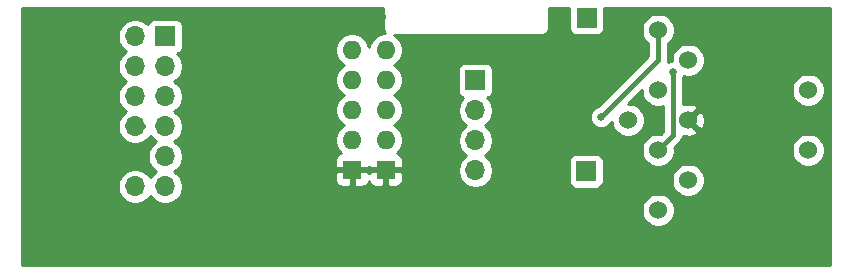
<source format=gbl>
G04 #@! TF.GenerationSoftware,KiCad,Pcbnew,(5.1.12)-1*
G04 #@! TF.CreationDate,2021-11-21T19:42:23+01:00*
G04 #@! TF.ProjectId,buffer,62756666-6572-42e6-9b69-6361645f7063,rev?*
G04 #@! TF.SameCoordinates,Original*
G04 #@! TF.FileFunction,Copper,L2,Bot*
G04 #@! TF.FilePolarity,Positive*
%FSLAX46Y46*%
G04 Gerber Fmt 4.6, Leading zero omitted, Abs format (unit mm)*
G04 Created by KiCad (PCBNEW (5.1.12)-1) date 2021-11-21 19:42:23*
%MOMM*%
%LPD*%
G01*
G04 APERTURE LIST*
G04 #@! TA.AperFunction,ComponentPad*
%ADD10O,1.700000X1.700000*%
G04 #@! TD*
G04 #@! TA.AperFunction,ComponentPad*
%ADD11R,1.700000X1.700000*%
G04 #@! TD*
G04 #@! TA.AperFunction,ComponentPad*
%ADD12R,1.600000X1.600000*%
G04 #@! TD*
G04 #@! TA.AperFunction,ComponentPad*
%ADD13O,1.600000X1.600000*%
G04 #@! TD*
G04 #@! TA.AperFunction,ComponentPad*
%ADD14C,1.524000*%
G04 #@! TD*
G04 #@! TA.AperFunction,ViaPad*
%ADD15C,0.762000*%
G04 #@! TD*
G04 #@! TA.AperFunction,ViaPad*
%ADD16C,0.660400*%
G04 #@! TD*
G04 #@! TA.AperFunction,Conductor*
%ADD17C,0.381000*%
G04 #@! TD*
G04 #@! TA.AperFunction,Conductor*
%ADD18C,0.254000*%
G04 #@! TD*
G04 #@! TA.AperFunction,Conductor*
%ADD19C,0.100000*%
G04 #@! TD*
G04 APERTURE END LIST*
D10*
X66617400Y-45730160D03*
X66617400Y-43190160D03*
X66617400Y-40650160D03*
D11*
X66617400Y-38110160D03*
D12*
X56178000Y-45679360D03*
D13*
X56178000Y-43139360D03*
X56178000Y-40599360D03*
X56178000Y-38059360D03*
X56178000Y-35519360D03*
D11*
X40353800Y-34376360D03*
D10*
X37813800Y-34376360D03*
X40353800Y-36916360D03*
X37813800Y-36916360D03*
X40353800Y-39456360D03*
X37813800Y-39456360D03*
X40353800Y-41996360D03*
X37813800Y-41996360D03*
X40353800Y-44536360D03*
X37813800Y-44536360D03*
X40353800Y-47076360D03*
X37813800Y-47076360D03*
D11*
X76040800Y-32801560D03*
D13*
X59022800Y-35519360D03*
X59022800Y-38059360D03*
X59022800Y-40599360D03*
X59022800Y-43139360D03*
D12*
X59022800Y-45679360D03*
D14*
X82086000Y-33842960D03*
X84626000Y-36382960D03*
X82086000Y-38922960D03*
X84626000Y-41462960D03*
X82086000Y-44002960D03*
X84626000Y-46542960D03*
X82086000Y-49082960D03*
X94786000Y-38922960D03*
X94786000Y-44002960D03*
X79546000Y-41462960D03*
D11*
X75990000Y-45780960D03*
D15*
X46507000Y-34395960D03*
X58712000Y-32700960D03*
D16*
X83356000Y-37398960D03*
X77260000Y-41208960D03*
X79546000Y-41462960D03*
D17*
X48202000Y-32700960D02*
X58712000Y-32700960D01*
X46507000Y-34395960D02*
X48202000Y-32700960D01*
X56178000Y-45679360D02*
X59022800Y-45679360D01*
X83369275Y-42719685D02*
X82086000Y-44002960D01*
X83356000Y-42706410D02*
X83369275Y-42719685D01*
X83356000Y-37398960D02*
X83356000Y-42706410D01*
X37813800Y-41996360D02*
X38513122Y-41996360D01*
X82086000Y-36382960D02*
X82086000Y-33842960D01*
X77260000Y-41208960D02*
X82086000Y-36382960D01*
D18*
X58795001Y-32793303D02*
X58795000Y-32793313D01*
X58795000Y-33555313D01*
X58791686Y-33588960D01*
X58804912Y-33723243D01*
X58844081Y-33852366D01*
X58907688Y-33971367D01*
X58993289Y-34075671D01*
X59003876Y-34084360D01*
X58881465Y-34084360D01*
X58604226Y-34139507D01*
X58343073Y-34247680D01*
X58108041Y-34404723D01*
X57908163Y-34604601D01*
X57751120Y-34839633D01*
X57642947Y-35100786D01*
X57600400Y-35314681D01*
X57557853Y-35100786D01*
X57449680Y-34839633D01*
X57292637Y-34604601D01*
X57092759Y-34404723D01*
X56857727Y-34247680D01*
X56596574Y-34139507D01*
X56319335Y-34084360D01*
X56036665Y-34084360D01*
X55759426Y-34139507D01*
X55498273Y-34247680D01*
X55263241Y-34404723D01*
X55063363Y-34604601D01*
X54906320Y-34839633D01*
X54798147Y-35100786D01*
X54743000Y-35378025D01*
X54743000Y-35660695D01*
X54798147Y-35937934D01*
X54906320Y-36199087D01*
X55063363Y-36434119D01*
X55263241Y-36633997D01*
X55495759Y-36789360D01*
X55263241Y-36944723D01*
X55063363Y-37144601D01*
X54906320Y-37379633D01*
X54798147Y-37640786D01*
X54743000Y-37918025D01*
X54743000Y-38200695D01*
X54798147Y-38477934D01*
X54906320Y-38739087D01*
X55063363Y-38974119D01*
X55263241Y-39173997D01*
X55495759Y-39329360D01*
X55263241Y-39484723D01*
X55063363Y-39684601D01*
X54906320Y-39919633D01*
X54798147Y-40180786D01*
X54743000Y-40458025D01*
X54743000Y-40740695D01*
X54798147Y-41017934D01*
X54906320Y-41279087D01*
X55063363Y-41514119D01*
X55263241Y-41713997D01*
X55495759Y-41869360D01*
X55263241Y-42024723D01*
X55063363Y-42224601D01*
X54906320Y-42459633D01*
X54798147Y-42720786D01*
X54743000Y-42998025D01*
X54743000Y-43280695D01*
X54798147Y-43557934D01*
X54906320Y-43819087D01*
X55063363Y-44054119D01*
X55261961Y-44252717D01*
X55253518Y-44253548D01*
X55133820Y-44289858D01*
X55023506Y-44348823D01*
X54926815Y-44428175D01*
X54847463Y-44524866D01*
X54788498Y-44635180D01*
X54752188Y-44754878D01*
X54739928Y-44879360D01*
X54743000Y-45393610D01*
X54901750Y-45552360D01*
X56051000Y-45552360D01*
X56051000Y-45532360D01*
X56305000Y-45532360D01*
X56305000Y-45552360D01*
X57454250Y-45552360D01*
X57600400Y-45406210D01*
X57746550Y-45552360D01*
X58895800Y-45552360D01*
X58895800Y-45532360D01*
X59149800Y-45532360D01*
X59149800Y-45552360D01*
X60299050Y-45552360D01*
X60457800Y-45393610D01*
X60460872Y-44879360D01*
X60448612Y-44754878D01*
X60412302Y-44635180D01*
X60353337Y-44524866D01*
X60273985Y-44428175D01*
X60177294Y-44348823D01*
X60066980Y-44289858D01*
X59947282Y-44253548D01*
X59938839Y-44252717D01*
X60137437Y-44054119D01*
X60294480Y-43819087D01*
X60402653Y-43557934D01*
X60457800Y-43280695D01*
X60457800Y-42998025D01*
X60402653Y-42720786D01*
X60294480Y-42459633D01*
X60137437Y-42224601D01*
X59937559Y-42024723D01*
X59705041Y-41869360D01*
X59937559Y-41713997D01*
X60137437Y-41514119D01*
X60294480Y-41279087D01*
X60402653Y-41017934D01*
X60457800Y-40740695D01*
X60457800Y-40458025D01*
X60402653Y-40180786D01*
X60294480Y-39919633D01*
X60137437Y-39684601D01*
X59937559Y-39484723D01*
X59705041Y-39329360D01*
X59937559Y-39173997D01*
X60137437Y-38974119D01*
X60294480Y-38739087D01*
X60402653Y-38477934D01*
X60457800Y-38200695D01*
X60457800Y-37918025D01*
X60402653Y-37640786D01*
X60294480Y-37379633D01*
X60214651Y-37260160D01*
X65129328Y-37260160D01*
X65129328Y-38960160D01*
X65141588Y-39084642D01*
X65177898Y-39204340D01*
X65236863Y-39314654D01*
X65316215Y-39411345D01*
X65412906Y-39490697D01*
X65523220Y-39549662D01*
X65595780Y-39571673D01*
X65463925Y-39703528D01*
X65301410Y-39946749D01*
X65189468Y-40217002D01*
X65132400Y-40503900D01*
X65132400Y-40796420D01*
X65189468Y-41083318D01*
X65301410Y-41353571D01*
X65463925Y-41596792D01*
X65670768Y-41803635D01*
X65845160Y-41920160D01*
X65670768Y-42036685D01*
X65463925Y-42243528D01*
X65301410Y-42486749D01*
X65189468Y-42757002D01*
X65132400Y-43043900D01*
X65132400Y-43336420D01*
X65189468Y-43623318D01*
X65301410Y-43893571D01*
X65463925Y-44136792D01*
X65670768Y-44343635D01*
X65845160Y-44460160D01*
X65670768Y-44576685D01*
X65463925Y-44783528D01*
X65301410Y-45026749D01*
X65189468Y-45297002D01*
X65132400Y-45583900D01*
X65132400Y-45876420D01*
X65189468Y-46163318D01*
X65301410Y-46433571D01*
X65463925Y-46676792D01*
X65670768Y-46883635D01*
X65913989Y-47046150D01*
X66184242Y-47158092D01*
X66471140Y-47215160D01*
X66763660Y-47215160D01*
X67050558Y-47158092D01*
X67320811Y-47046150D01*
X67564032Y-46883635D01*
X67770875Y-46676792D01*
X67933390Y-46433571D01*
X68045332Y-46163318D01*
X68102400Y-45876420D01*
X68102400Y-45583900D01*
X68045332Y-45297002D01*
X67933390Y-45026749D01*
X67869386Y-44930960D01*
X74501928Y-44930960D01*
X74501928Y-46630960D01*
X74514188Y-46755442D01*
X74550498Y-46875140D01*
X74609463Y-46985454D01*
X74688815Y-47082145D01*
X74785506Y-47161497D01*
X74895820Y-47220462D01*
X75015518Y-47256772D01*
X75140000Y-47269032D01*
X76840000Y-47269032D01*
X76964482Y-47256772D01*
X77084180Y-47220462D01*
X77194494Y-47161497D01*
X77291185Y-47082145D01*
X77370537Y-46985454D01*
X77429502Y-46875140D01*
X77465812Y-46755442D01*
X77478072Y-46630960D01*
X77478072Y-46405368D01*
X83229000Y-46405368D01*
X83229000Y-46680552D01*
X83282686Y-46950450D01*
X83387995Y-47204687D01*
X83540880Y-47433495D01*
X83735465Y-47628080D01*
X83964273Y-47780965D01*
X84218510Y-47886274D01*
X84488408Y-47939960D01*
X84763592Y-47939960D01*
X85033490Y-47886274D01*
X85287727Y-47780965D01*
X85516535Y-47628080D01*
X85711120Y-47433495D01*
X85864005Y-47204687D01*
X85969314Y-46950450D01*
X86023000Y-46680552D01*
X86023000Y-46405368D01*
X85969314Y-46135470D01*
X85864005Y-45881233D01*
X85711120Y-45652425D01*
X85516535Y-45457840D01*
X85287727Y-45304955D01*
X85033490Y-45199646D01*
X84763592Y-45145960D01*
X84488408Y-45145960D01*
X84218510Y-45199646D01*
X83964273Y-45304955D01*
X83735465Y-45457840D01*
X83540880Y-45652425D01*
X83387995Y-45881233D01*
X83282686Y-46135470D01*
X83229000Y-46405368D01*
X77478072Y-46405368D01*
X77478072Y-44930960D01*
X77465812Y-44806478D01*
X77429502Y-44686780D01*
X77370537Y-44576466D01*
X77291185Y-44479775D01*
X77194494Y-44400423D01*
X77084180Y-44341458D01*
X76964482Y-44305148D01*
X76840000Y-44292888D01*
X75140000Y-44292888D01*
X75015518Y-44305148D01*
X74895820Y-44341458D01*
X74785506Y-44400423D01*
X74688815Y-44479775D01*
X74609463Y-44576466D01*
X74550498Y-44686780D01*
X74514188Y-44806478D01*
X74501928Y-44930960D01*
X67869386Y-44930960D01*
X67770875Y-44783528D01*
X67564032Y-44576685D01*
X67389640Y-44460160D01*
X67564032Y-44343635D01*
X67770875Y-44136792D01*
X67933390Y-43893571D01*
X68045332Y-43623318D01*
X68102400Y-43336420D01*
X68102400Y-43043900D01*
X68045332Y-42757002D01*
X67933390Y-42486749D01*
X67770875Y-42243528D01*
X67564032Y-42036685D01*
X67389640Y-41920160D01*
X67564032Y-41803635D01*
X67770875Y-41596792D01*
X67933390Y-41353571D01*
X68032666Y-41113896D01*
X76294800Y-41113896D01*
X76294800Y-41304024D01*
X76331892Y-41490498D01*
X76404651Y-41666154D01*
X76510280Y-41824239D01*
X76644721Y-41958680D01*
X76802806Y-42064309D01*
X76978462Y-42137068D01*
X77164936Y-42174160D01*
X77355064Y-42174160D01*
X77541538Y-42137068D01*
X77717194Y-42064309D01*
X77875279Y-41958680D01*
X78009720Y-41824239D01*
X78115349Y-41666154D01*
X78149000Y-41584913D01*
X78149000Y-41600552D01*
X78202686Y-41870450D01*
X78307995Y-42124687D01*
X78460880Y-42353495D01*
X78655465Y-42548080D01*
X78884273Y-42700965D01*
X79138510Y-42806274D01*
X79408408Y-42859960D01*
X79683592Y-42859960D01*
X79953490Y-42806274D01*
X80207727Y-42700965D01*
X80436535Y-42548080D01*
X80631120Y-42353495D01*
X80784005Y-42124687D01*
X80889314Y-41870450D01*
X80943000Y-41600552D01*
X80943000Y-41325368D01*
X80889314Y-41055470D01*
X80784005Y-40801233D01*
X80631120Y-40572425D01*
X80436535Y-40377840D01*
X80207727Y-40224955D01*
X79953490Y-40119646D01*
X79683592Y-40065960D01*
X79570433Y-40065960D01*
X80689000Y-38947393D01*
X80689000Y-39060552D01*
X80742686Y-39330450D01*
X80847995Y-39584687D01*
X81000880Y-39813495D01*
X81195465Y-40008080D01*
X81424273Y-40160965D01*
X81678510Y-40266274D01*
X81948408Y-40319960D01*
X82223592Y-40319960D01*
X82493490Y-40266274D01*
X82530501Y-40250944D01*
X82530501Y-42391025D01*
X82300307Y-42621220D01*
X82223592Y-42605960D01*
X81948408Y-42605960D01*
X81678510Y-42659646D01*
X81424273Y-42764955D01*
X81195465Y-42917840D01*
X81000880Y-43112425D01*
X80847995Y-43341233D01*
X80742686Y-43595470D01*
X80689000Y-43865368D01*
X80689000Y-44140552D01*
X80742686Y-44410450D01*
X80847995Y-44664687D01*
X81000880Y-44893495D01*
X81195465Y-45088080D01*
X81424273Y-45240965D01*
X81678510Y-45346274D01*
X81948408Y-45399960D01*
X82223592Y-45399960D01*
X82493490Y-45346274D01*
X82747727Y-45240965D01*
X82976535Y-45088080D01*
X83171120Y-44893495D01*
X83324005Y-44664687D01*
X83429314Y-44410450D01*
X83483000Y-44140552D01*
X83483000Y-43865368D01*
X93389000Y-43865368D01*
X93389000Y-44140552D01*
X93442686Y-44410450D01*
X93547995Y-44664687D01*
X93700880Y-44893495D01*
X93895465Y-45088080D01*
X94124273Y-45240965D01*
X94378510Y-45346274D01*
X94648408Y-45399960D01*
X94923592Y-45399960D01*
X95193490Y-45346274D01*
X95447727Y-45240965D01*
X95676535Y-45088080D01*
X95871120Y-44893495D01*
X96024005Y-44664687D01*
X96129314Y-44410450D01*
X96183000Y-44140552D01*
X96183000Y-43865368D01*
X96129314Y-43595470D01*
X96024005Y-43341233D01*
X95871120Y-43112425D01*
X95676535Y-42917840D01*
X95447727Y-42764955D01*
X95193490Y-42659646D01*
X94923592Y-42605960D01*
X94648408Y-42605960D01*
X94378510Y-42659646D01*
X94124273Y-42764955D01*
X93895465Y-42917840D01*
X93700880Y-43112425D01*
X93547995Y-43341233D01*
X93442686Y-43595470D01*
X93389000Y-43865368D01*
X83483000Y-43865368D01*
X83467740Y-43788653D01*
X83924320Y-43332074D01*
X83955816Y-43306226D01*
X83981664Y-43274730D01*
X83981667Y-43274727D01*
X84058974Y-43180528D01*
X84135628Y-43037119D01*
X84182830Y-42881512D01*
X84191401Y-42794488D01*
X84423135Y-42851983D01*
X84698017Y-42864870D01*
X84970133Y-42823882D01*
X85229023Y-42730596D01*
X85344980Y-42668616D01*
X85411960Y-42428525D01*
X84626000Y-41642565D01*
X84611858Y-41656708D01*
X84432253Y-41477103D01*
X84446395Y-41462960D01*
X84805605Y-41462960D01*
X85591565Y-42248920D01*
X85831656Y-42181940D01*
X85948756Y-41932912D01*
X86015023Y-41665825D01*
X86027910Y-41390943D01*
X85986922Y-41118827D01*
X85893636Y-40859937D01*
X85831656Y-40743980D01*
X85591565Y-40677000D01*
X84805605Y-41462960D01*
X84446395Y-41462960D01*
X84432253Y-41448818D01*
X84611858Y-41269213D01*
X84626000Y-41283355D01*
X85411960Y-40497395D01*
X85344980Y-40257304D01*
X85095952Y-40140204D01*
X84828865Y-40073937D01*
X84553983Y-40061050D01*
X84281867Y-40102038D01*
X84181500Y-40138203D01*
X84181500Y-38785368D01*
X93389000Y-38785368D01*
X93389000Y-39060552D01*
X93442686Y-39330450D01*
X93547995Y-39584687D01*
X93700880Y-39813495D01*
X93895465Y-40008080D01*
X94124273Y-40160965D01*
X94378510Y-40266274D01*
X94648408Y-40319960D01*
X94923592Y-40319960D01*
X95193490Y-40266274D01*
X95447727Y-40160965D01*
X95676535Y-40008080D01*
X95871120Y-39813495D01*
X96024005Y-39584687D01*
X96129314Y-39330450D01*
X96183000Y-39060552D01*
X96183000Y-38785368D01*
X96129314Y-38515470D01*
X96024005Y-38261233D01*
X95871120Y-38032425D01*
X95676535Y-37837840D01*
X95447727Y-37684955D01*
X95193490Y-37579646D01*
X94923592Y-37525960D01*
X94648408Y-37525960D01*
X94378510Y-37579646D01*
X94124273Y-37684955D01*
X93895465Y-37837840D01*
X93700880Y-38032425D01*
X93547995Y-38261233D01*
X93442686Y-38515470D01*
X93389000Y-38785368D01*
X84181500Y-38785368D01*
X84181500Y-37900826D01*
X84211349Y-37856154D01*
X84261597Y-37734845D01*
X84488408Y-37779960D01*
X84763592Y-37779960D01*
X85033490Y-37726274D01*
X85287727Y-37620965D01*
X85516535Y-37468080D01*
X85711120Y-37273495D01*
X85864005Y-37044687D01*
X85969314Y-36790450D01*
X86023000Y-36520552D01*
X86023000Y-36245368D01*
X85969314Y-35975470D01*
X85864005Y-35721233D01*
X85711120Y-35492425D01*
X85516535Y-35297840D01*
X85287727Y-35144955D01*
X85033490Y-35039646D01*
X84763592Y-34985960D01*
X84488408Y-34985960D01*
X84218510Y-35039646D01*
X83964273Y-35144955D01*
X83735465Y-35297840D01*
X83540880Y-35492425D01*
X83387995Y-35721233D01*
X83282686Y-35975470D01*
X83229000Y-36245368D01*
X83229000Y-36440112D01*
X83074462Y-36470852D01*
X82899709Y-36543237D01*
X82911500Y-36423513D01*
X82911500Y-36423511D01*
X82915494Y-36382960D01*
X82911500Y-36342410D01*
X82911500Y-34971535D01*
X82976535Y-34928080D01*
X83171120Y-34733495D01*
X83324005Y-34504687D01*
X83429314Y-34250450D01*
X83483000Y-33980552D01*
X83483000Y-33705368D01*
X83429314Y-33435470D01*
X83324005Y-33181233D01*
X83171120Y-32952425D01*
X82976535Y-32757840D01*
X82747727Y-32604955D01*
X82493490Y-32499646D01*
X82223592Y-32445960D01*
X81948408Y-32445960D01*
X81678510Y-32499646D01*
X81424273Y-32604955D01*
X81195465Y-32757840D01*
X81000880Y-32952425D01*
X80847995Y-33181233D01*
X80742686Y-33435470D01*
X80689000Y-33705368D01*
X80689000Y-33980552D01*
X80742686Y-34250450D01*
X80847995Y-34504687D01*
X81000880Y-34733495D01*
X81195465Y-34928080D01*
X81260501Y-34971535D01*
X81260500Y-36041026D01*
X77031158Y-40270370D01*
X76978462Y-40280852D01*
X76802806Y-40353611D01*
X76644721Y-40459240D01*
X76510280Y-40593681D01*
X76404651Y-40751766D01*
X76331892Y-40927422D01*
X76294800Y-41113896D01*
X68032666Y-41113896D01*
X68045332Y-41083318D01*
X68102400Y-40796420D01*
X68102400Y-40503900D01*
X68045332Y-40217002D01*
X67933390Y-39946749D01*
X67770875Y-39703528D01*
X67639020Y-39571673D01*
X67711580Y-39549662D01*
X67821894Y-39490697D01*
X67918585Y-39411345D01*
X67997937Y-39314654D01*
X68056902Y-39204340D01*
X68093212Y-39084642D01*
X68105472Y-38960160D01*
X68105472Y-37260160D01*
X68093212Y-37135678D01*
X68056902Y-37015980D01*
X67997937Y-36905666D01*
X67918585Y-36808975D01*
X67821894Y-36729623D01*
X67711580Y-36670658D01*
X67591882Y-36634348D01*
X67467400Y-36622088D01*
X65767400Y-36622088D01*
X65642918Y-36634348D01*
X65523220Y-36670658D01*
X65412906Y-36729623D01*
X65316215Y-36808975D01*
X65236863Y-36905666D01*
X65177898Y-37015980D01*
X65141588Y-37135678D01*
X65129328Y-37260160D01*
X60214651Y-37260160D01*
X60137437Y-37144601D01*
X59937559Y-36944723D01*
X59705041Y-36789360D01*
X59937559Y-36633997D01*
X60137437Y-36434119D01*
X60294480Y-36199087D01*
X60402653Y-35937934D01*
X60457800Y-35660695D01*
X60457800Y-35378025D01*
X60402653Y-35100786D01*
X60294480Y-34839633D01*
X60137437Y-34604601D01*
X59937559Y-34404723D01*
X59741858Y-34273960D01*
X72120953Y-34273960D01*
X72154600Y-34277274D01*
X72188247Y-34273960D01*
X72288883Y-34264048D01*
X72418006Y-34224879D01*
X72537007Y-34161272D01*
X72641311Y-34075671D01*
X72726912Y-33971367D01*
X72790519Y-33852366D01*
X72829688Y-33723243D01*
X72842914Y-33588960D01*
X72839600Y-33555313D01*
X72839600Y-32013360D01*
X74552728Y-32013360D01*
X74552728Y-33651560D01*
X74564988Y-33776042D01*
X74601298Y-33895740D01*
X74660263Y-34006054D01*
X74739615Y-34102745D01*
X74836306Y-34182097D01*
X74946620Y-34241062D01*
X75066318Y-34277372D01*
X75190800Y-34289632D01*
X76890800Y-34289632D01*
X77015282Y-34277372D01*
X77134980Y-34241062D01*
X77245294Y-34182097D01*
X77341985Y-34102745D01*
X77421337Y-34006054D01*
X77480302Y-33895740D01*
X77516612Y-33776042D01*
X77528872Y-33651560D01*
X77528872Y-32013308D01*
X96641001Y-31988837D01*
X96641000Y-53731960D01*
X28211800Y-53731960D01*
X28211800Y-48945368D01*
X80689000Y-48945368D01*
X80689000Y-49220552D01*
X80742686Y-49490450D01*
X80847995Y-49744687D01*
X81000880Y-49973495D01*
X81195465Y-50168080D01*
X81424273Y-50320965D01*
X81678510Y-50426274D01*
X81948408Y-50479960D01*
X82223592Y-50479960D01*
X82493490Y-50426274D01*
X82747727Y-50320965D01*
X82976535Y-50168080D01*
X83171120Y-49973495D01*
X83324005Y-49744687D01*
X83429314Y-49490450D01*
X83483000Y-49220552D01*
X83483000Y-48945368D01*
X83429314Y-48675470D01*
X83324005Y-48421233D01*
X83171120Y-48192425D01*
X82976535Y-47997840D01*
X82747727Y-47844955D01*
X82493490Y-47739646D01*
X82223592Y-47685960D01*
X81948408Y-47685960D01*
X81678510Y-47739646D01*
X81424273Y-47844955D01*
X81195465Y-47997840D01*
X81000880Y-48192425D01*
X80847995Y-48421233D01*
X80742686Y-48675470D01*
X80689000Y-48945368D01*
X28211800Y-48945368D01*
X28211800Y-34230100D01*
X36328800Y-34230100D01*
X36328800Y-34522620D01*
X36385868Y-34809518D01*
X36497810Y-35079771D01*
X36660325Y-35322992D01*
X36867168Y-35529835D01*
X37041560Y-35646360D01*
X36867168Y-35762885D01*
X36660325Y-35969728D01*
X36497810Y-36212949D01*
X36385868Y-36483202D01*
X36328800Y-36770100D01*
X36328800Y-37062620D01*
X36385868Y-37349518D01*
X36497810Y-37619771D01*
X36660325Y-37862992D01*
X36867168Y-38069835D01*
X37041560Y-38186360D01*
X36867168Y-38302885D01*
X36660325Y-38509728D01*
X36497810Y-38752949D01*
X36385868Y-39023202D01*
X36328800Y-39310100D01*
X36328800Y-39602620D01*
X36385868Y-39889518D01*
X36497810Y-40159771D01*
X36660325Y-40402992D01*
X36867168Y-40609835D01*
X37041560Y-40726360D01*
X36867168Y-40842885D01*
X36660325Y-41049728D01*
X36497810Y-41292949D01*
X36385868Y-41563202D01*
X36328800Y-41850100D01*
X36328800Y-42142620D01*
X36385868Y-42429518D01*
X36497810Y-42699771D01*
X36660325Y-42942992D01*
X36867168Y-43149835D01*
X37110389Y-43312350D01*
X37380642Y-43424292D01*
X37667540Y-43481360D01*
X37960060Y-43481360D01*
X38246958Y-43424292D01*
X38517211Y-43312350D01*
X38760432Y-43149835D01*
X38967275Y-42942992D01*
X39083800Y-42768600D01*
X39200325Y-42942992D01*
X39407168Y-43149835D01*
X39581560Y-43266360D01*
X39407168Y-43382885D01*
X39200325Y-43589728D01*
X39037810Y-43832949D01*
X38925868Y-44103202D01*
X38868800Y-44390100D01*
X38868800Y-44682620D01*
X38925868Y-44969518D01*
X39037810Y-45239771D01*
X39200325Y-45482992D01*
X39407168Y-45689835D01*
X39581560Y-45806360D01*
X39407168Y-45922885D01*
X39200325Y-46129728D01*
X39083800Y-46304120D01*
X38967275Y-46129728D01*
X38760432Y-45922885D01*
X38517211Y-45760370D01*
X38246958Y-45648428D01*
X37960060Y-45591360D01*
X37667540Y-45591360D01*
X37380642Y-45648428D01*
X37110389Y-45760370D01*
X36867168Y-45922885D01*
X36660325Y-46129728D01*
X36497810Y-46372949D01*
X36385868Y-46643202D01*
X36328800Y-46930100D01*
X36328800Y-47222620D01*
X36385868Y-47509518D01*
X36497810Y-47779771D01*
X36660325Y-48022992D01*
X36867168Y-48229835D01*
X37110389Y-48392350D01*
X37380642Y-48504292D01*
X37667540Y-48561360D01*
X37960060Y-48561360D01*
X38246958Y-48504292D01*
X38517211Y-48392350D01*
X38760432Y-48229835D01*
X38967275Y-48022992D01*
X39083800Y-47848600D01*
X39200325Y-48022992D01*
X39407168Y-48229835D01*
X39650389Y-48392350D01*
X39920642Y-48504292D01*
X40207540Y-48561360D01*
X40500060Y-48561360D01*
X40786958Y-48504292D01*
X41057211Y-48392350D01*
X41300432Y-48229835D01*
X41507275Y-48022992D01*
X41669790Y-47779771D01*
X41781732Y-47509518D01*
X41838800Y-47222620D01*
X41838800Y-46930100D01*
X41781732Y-46643202D01*
X41713867Y-46479360D01*
X54739928Y-46479360D01*
X54752188Y-46603842D01*
X54788498Y-46723540D01*
X54847463Y-46833854D01*
X54926815Y-46930545D01*
X55023506Y-47009897D01*
X55133820Y-47068862D01*
X55253518Y-47105172D01*
X55378000Y-47117432D01*
X55892250Y-47114360D01*
X56051000Y-46955610D01*
X56051000Y-45806360D01*
X56305000Y-45806360D01*
X56305000Y-46955610D01*
X56463750Y-47114360D01*
X56978000Y-47117432D01*
X57102482Y-47105172D01*
X57222180Y-47068862D01*
X57332494Y-47009897D01*
X57429185Y-46930545D01*
X57508537Y-46833854D01*
X57567502Y-46723540D01*
X57600400Y-46615090D01*
X57633298Y-46723540D01*
X57692263Y-46833854D01*
X57771615Y-46930545D01*
X57868306Y-47009897D01*
X57978620Y-47068862D01*
X58098318Y-47105172D01*
X58222800Y-47117432D01*
X58737050Y-47114360D01*
X58895800Y-46955610D01*
X58895800Y-45806360D01*
X59149800Y-45806360D01*
X59149800Y-46955610D01*
X59308550Y-47114360D01*
X59822800Y-47117432D01*
X59947282Y-47105172D01*
X60066980Y-47068862D01*
X60177294Y-47009897D01*
X60273985Y-46930545D01*
X60353337Y-46833854D01*
X60412302Y-46723540D01*
X60448612Y-46603842D01*
X60460872Y-46479360D01*
X60457800Y-45965110D01*
X60299050Y-45806360D01*
X59149800Y-45806360D01*
X58895800Y-45806360D01*
X57746550Y-45806360D01*
X57600400Y-45952510D01*
X57454250Y-45806360D01*
X56305000Y-45806360D01*
X56051000Y-45806360D01*
X54901750Y-45806360D01*
X54743000Y-45965110D01*
X54739928Y-46479360D01*
X41713867Y-46479360D01*
X41669790Y-46372949D01*
X41507275Y-46129728D01*
X41300432Y-45922885D01*
X41126040Y-45806360D01*
X41300432Y-45689835D01*
X41507275Y-45482992D01*
X41669790Y-45239771D01*
X41781732Y-44969518D01*
X41838800Y-44682620D01*
X41838800Y-44390100D01*
X41781732Y-44103202D01*
X41669790Y-43832949D01*
X41507275Y-43589728D01*
X41300432Y-43382885D01*
X41126040Y-43266360D01*
X41300432Y-43149835D01*
X41507275Y-42942992D01*
X41669790Y-42699771D01*
X41781732Y-42429518D01*
X41838800Y-42142620D01*
X41838800Y-41850100D01*
X41781732Y-41563202D01*
X41669790Y-41292949D01*
X41507275Y-41049728D01*
X41300432Y-40842885D01*
X41126040Y-40726360D01*
X41300432Y-40609835D01*
X41507275Y-40402992D01*
X41669790Y-40159771D01*
X41781732Y-39889518D01*
X41838800Y-39602620D01*
X41838800Y-39310100D01*
X41781732Y-39023202D01*
X41669790Y-38752949D01*
X41507275Y-38509728D01*
X41300432Y-38302885D01*
X41126040Y-38186360D01*
X41300432Y-38069835D01*
X41507275Y-37862992D01*
X41669790Y-37619771D01*
X41781732Y-37349518D01*
X41838800Y-37062620D01*
X41838800Y-36770100D01*
X41781732Y-36483202D01*
X41669790Y-36212949D01*
X41507275Y-35969728D01*
X41375420Y-35837873D01*
X41447980Y-35815862D01*
X41558294Y-35756897D01*
X41654985Y-35677545D01*
X41734337Y-35580854D01*
X41793302Y-35470540D01*
X41829612Y-35350842D01*
X41841872Y-35226360D01*
X41841872Y-33526360D01*
X41829612Y-33401878D01*
X41793302Y-33282180D01*
X41734337Y-33171866D01*
X41654985Y-33075175D01*
X41558294Y-32995823D01*
X41447980Y-32936858D01*
X41328282Y-32900548D01*
X41203800Y-32888288D01*
X39503800Y-32888288D01*
X39379318Y-32900548D01*
X39259620Y-32936858D01*
X39149306Y-32995823D01*
X39052615Y-33075175D01*
X38973263Y-33171866D01*
X38914298Y-33282180D01*
X38892287Y-33354740D01*
X38760432Y-33222885D01*
X38517211Y-33060370D01*
X38246958Y-32948428D01*
X37960060Y-32891360D01*
X37667540Y-32891360D01*
X37380642Y-32948428D01*
X37110389Y-33060370D01*
X36867168Y-33222885D01*
X36660325Y-33429728D01*
X36497810Y-33672949D01*
X36385868Y-33943202D01*
X36328800Y-34230100D01*
X28211800Y-34230100D01*
X28211800Y-31987960D01*
X58795000Y-31987960D01*
X58795001Y-32793303D01*
G04 #@! TA.AperFunction,Conductor*
D19*
G36*
X58795001Y-32793303D02*
G01*
X58795000Y-32793313D01*
X58795000Y-33555313D01*
X58791686Y-33588960D01*
X58804912Y-33723243D01*
X58844081Y-33852366D01*
X58907688Y-33971367D01*
X58993289Y-34075671D01*
X59003876Y-34084360D01*
X58881465Y-34084360D01*
X58604226Y-34139507D01*
X58343073Y-34247680D01*
X58108041Y-34404723D01*
X57908163Y-34604601D01*
X57751120Y-34839633D01*
X57642947Y-35100786D01*
X57600400Y-35314681D01*
X57557853Y-35100786D01*
X57449680Y-34839633D01*
X57292637Y-34604601D01*
X57092759Y-34404723D01*
X56857727Y-34247680D01*
X56596574Y-34139507D01*
X56319335Y-34084360D01*
X56036665Y-34084360D01*
X55759426Y-34139507D01*
X55498273Y-34247680D01*
X55263241Y-34404723D01*
X55063363Y-34604601D01*
X54906320Y-34839633D01*
X54798147Y-35100786D01*
X54743000Y-35378025D01*
X54743000Y-35660695D01*
X54798147Y-35937934D01*
X54906320Y-36199087D01*
X55063363Y-36434119D01*
X55263241Y-36633997D01*
X55495759Y-36789360D01*
X55263241Y-36944723D01*
X55063363Y-37144601D01*
X54906320Y-37379633D01*
X54798147Y-37640786D01*
X54743000Y-37918025D01*
X54743000Y-38200695D01*
X54798147Y-38477934D01*
X54906320Y-38739087D01*
X55063363Y-38974119D01*
X55263241Y-39173997D01*
X55495759Y-39329360D01*
X55263241Y-39484723D01*
X55063363Y-39684601D01*
X54906320Y-39919633D01*
X54798147Y-40180786D01*
X54743000Y-40458025D01*
X54743000Y-40740695D01*
X54798147Y-41017934D01*
X54906320Y-41279087D01*
X55063363Y-41514119D01*
X55263241Y-41713997D01*
X55495759Y-41869360D01*
X55263241Y-42024723D01*
X55063363Y-42224601D01*
X54906320Y-42459633D01*
X54798147Y-42720786D01*
X54743000Y-42998025D01*
X54743000Y-43280695D01*
X54798147Y-43557934D01*
X54906320Y-43819087D01*
X55063363Y-44054119D01*
X55261961Y-44252717D01*
X55253518Y-44253548D01*
X55133820Y-44289858D01*
X55023506Y-44348823D01*
X54926815Y-44428175D01*
X54847463Y-44524866D01*
X54788498Y-44635180D01*
X54752188Y-44754878D01*
X54739928Y-44879360D01*
X54743000Y-45393610D01*
X54901750Y-45552360D01*
X56051000Y-45552360D01*
X56051000Y-45532360D01*
X56305000Y-45532360D01*
X56305000Y-45552360D01*
X57454250Y-45552360D01*
X57600400Y-45406210D01*
X57746550Y-45552360D01*
X58895800Y-45552360D01*
X58895800Y-45532360D01*
X59149800Y-45532360D01*
X59149800Y-45552360D01*
X60299050Y-45552360D01*
X60457800Y-45393610D01*
X60460872Y-44879360D01*
X60448612Y-44754878D01*
X60412302Y-44635180D01*
X60353337Y-44524866D01*
X60273985Y-44428175D01*
X60177294Y-44348823D01*
X60066980Y-44289858D01*
X59947282Y-44253548D01*
X59938839Y-44252717D01*
X60137437Y-44054119D01*
X60294480Y-43819087D01*
X60402653Y-43557934D01*
X60457800Y-43280695D01*
X60457800Y-42998025D01*
X60402653Y-42720786D01*
X60294480Y-42459633D01*
X60137437Y-42224601D01*
X59937559Y-42024723D01*
X59705041Y-41869360D01*
X59937559Y-41713997D01*
X60137437Y-41514119D01*
X60294480Y-41279087D01*
X60402653Y-41017934D01*
X60457800Y-40740695D01*
X60457800Y-40458025D01*
X60402653Y-40180786D01*
X60294480Y-39919633D01*
X60137437Y-39684601D01*
X59937559Y-39484723D01*
X59705041Y-39329360D01*
X59937559Y-39173997D01*
X60137437Y-38974119D01*
X60294480Y-38739087D01*
X60402653Y-38477934D01*
X60457800Y-38200695D01*
X60457800Y-37918025D01*
X60402653Y-37640786D01*
X60294480Y-37379633D01*
X60214651Y-37260160D01*
X65129328Y-37260160D01*
X65129328Y-38960160D01*
X65141588Y-39084642D01*
X65177898Y-39204340D01*
X65236863Y-39314654D01*
X65316215Y-39411345D01*
X65412906Y-39490697D01*
X65523220Y-39549662D01*
X65595780Y-39571673D01*
X65463925Y-39703528D01*
X65301410Y-39946749D01*
X65189468Y-40217002D01*
X65132400Y-40503900D01*
X65132400Y-40796420D01*
X65189468Y-41083318D01*
X65301410Y-41353571D01*
X65463925Y-41596792D01*
X65670768Y-41803635D01*
X65845160Y-41920160D01*
X65670768Y-42036685D01*
X65463925Y-42243528D01*
X65301410Y-42486749D01*
X65189468Y-42757002D01*
X65132400Y-43043900D01*
X65132400Y-43336420D01*
X65189468Y-43623318D01*
X65301410Y-43893571D01*
X65463925Y-44136792D01*
X65670768Y-44343635D01*
X65845160Y-44460160D01*
X65670768Y-44576685D01*
X65463925Y-44783528D01*
X65301410Y-45026749D01*
X65189468Y-45297002D01*
X65132400Y-45583900D01*
X65132400Y-45876420D01*
X65189468Y-46163318D01*
X65301410Y-46433571D01*
X65463925Y-46676792D01*
X65670768Y-46883635D01*
X65913989Y-47046150D01*
X66184242Y-47158092D01*
X66471140Y-47215160D01*
X66763660Y-47215160D01*
X67050558Y-47158092D01*
X67320811Y-47046150D01*
X67564032Y-46883635D01*
X67770875Y-46676792D01*
X67933390Y-46433571D01*
X68045332Y-46163318D01*
X68102400Y-45876420D01*
X68102400Y-45583900D01*
X68045332Y-45297002D01*
X67933390Y-45026749D01*
X67869386Y-44930960D01*
X74501928Y-44930960D01*
X74501928Y-46630960D01*
X74514188Y-46755442D01*
X74550498Y-46875140D01*
X74609463Y-46985454D01*
X74688815Y-47082145D01*
X74785506Y-47161497D01*
X74895820Y-47220462D01*
X75015518Y-47256772D01*
X75140000Y-47269032D01*
X76840000Y-47269032D01*
X76964482Y-47256772D01*
X77084180Y-47220462D01*
X77194494Y-47161497D01*
X77291185Y-47082145D01*
X77370537Y-46985454D01*
X77429502Y-46875140D01*
X77465812Y-46755442D01*
X77478072Y-46630960D01*
X77478072Y-46405368D01*
X83229000Y-46405368D01*
X83229000Y-46680552D01*
X83282686Y-46950450D01*
X83387995Y-47204687D01*
X83540880Y-47433495D01*
X83735465Y-47628080D01*
X83964273Y-47780965D01*
X84218510Y-47886274D01*
X84488408Y-47939960D01*
X84763592Y-47939960D01*
X85033490Y-47886274D01*
X85287727Y-47780965D01*
X85516535Y-47628080D01*
X85711120Y-47433495D01*
X85864005Y-47204687D01*
X85969314Y-46950450D01*
X86023000Y-46680552D01*
X86023000Y-46405368D01*
X85969314Y-46135470D01*
X85864005Y-45881233D01*
X85711120Y-45652425D01*
X85516535Y-45457840D01*
X85287727Y-45304955D01*
X85033490Y-45199646D01*
X84763592Y-45145960D01*
X84488408Y-45145960D01*
X84218510Y-45199646D01*
X83964273Y-45304955D01*
X83735465Y-45457840D01*
X83540880Y-45652425D01*
X83387995Y-45881233D01*
X83282686Y-46135470D01*
X83229000Y-46405368D01*
X77478072Y-46405368D01*
X77478072Y-44930960D01*
X77465812Y-44806478D01*
X77429502Y-44686780D01*
X77370537Y-44576466D01*
X77291185Y-44479775D01*
X77194494Y-44400423D01*
X77084180Y-44341458D01*
X76964482Y-44305148D01*
X76840000Y-44292888D01*
X75140000Y-44292888D01*
X75015518Y-44305148D01*
X74895820Y-44341458D01*
X74785506Y-44400423D01*
X74688815Y-44479775D01*
X74609463Y-44576466D01*
X74550498Y-44686780D01*
X74514188Y-44806478D01*
X74501928Y-44930960D01*
X67869386Y-44930960D01*
X67770875Y-44783528D01*
X67564032Y-44576685D01*
X67389640Y-44460160D01*
X67564032Y-44343635D01*
X67770875Y-44136792D01*
X67933390Y-43893571D01*
X68045332Y-43623318D01*
X68102400Y-43336420D01*
X68102400Y-43043900D01*
X68045332Y-42757002D01*
X67933390Y-42486749D01*
X67770875Y-42243528D01*
X67564032Y-42036685D01*
X67389640Y-41920160D01*
X67564032Y-41803635D01*
X67770875Y-41596792D01*
X67933390Y-41353571D01*
X68032666Y-41113896D01*
X76294800Y-41113896D01*
X76294800Y-41304024D01*
X76331892Y-41490498D01*
X76404651Y-41666154D01*
X76510280Y-41824239D01*
X76644721Y-41958680D01*
X76802806Y-42064309D01*
X76978462Y-42137068D01*
X77164936Y-42174160D01*
X77355064Y-42174160D01*
X77541538Y-42137068D01*
X77717194Y-42064309D01*
X77875279Y-41958680D01*
X78009720Y-41824239D01*
X78115349Y-41666154D01*
X78149000Y-41584913D01*
X78149000Y-41600552D01*
X78202686Y-41870450D01*
X78307995Y-42124687D01*
X78460880Y-42353495D01*
X78655465Y-42548080D01*
X78884273Y-42700965D01*
X79138510Y-42806274D01*
X79408408Y-42859960D01*
X79683592Y-42859960D01*
X79953490Y-42806274D01*
X80207727Y-42700965D01*
X80436535Y-42548080D01*
X80631120Y-42353495D01*
X80784005Y-42124687D01*
X80889314Y-41870450D01*
X80943000Y-41600552D01*
X80943000Y-41325368D01*
X80889314Y-41055470D01*
X80784005Y-40801233D01*
X80631120Y-40572425D01*
X80436535Y-40377840D01*
X80207727Y-40224955D01*
X79953490Y-40119646D01*
X79683592Y-40065960D01*
X79570433Y-40065960D01*
X80689000Y-38947393D01*
X80689000Y-39060552D01*
X80742686Y-39330450D01*
X80847995Y-39584687D01*
X81000880Y-39813495D01*
X81195465Y-40008080D01*
X81424273Y-40160965D01*
X81678510Y-40266274D01*
X81948408Y-40319960D01*
X82223592Y-40319960D01*
X82493490Y-40266274D01*
X82530501Y-40250944D01*
X82530501Y-42391025D01*
X82300307Y-42621220D01*
X82223592Y-42605960D01*
X81948408Y-42605960D01*
X81678510Y-42659646D01*
X81424273Y-42764955D01*
X81195465Y-42917840D01*
X81000880Y-43112425D01*
X80847995Y-43341233D01*
X80742686Y-43595470D01*
X80689000Y-43865368D01*
X80689000Y-44140552D01*
X80742686Y-44410450D01*
X80847995Y-44664687D01*
X81000880Y-44893495D01*
X81195465Y-45088080D01*
X81424273Y-45240965D01*
X81678510Y-45346274D01*
X81948408Y-45399960D01*
X82223592Y-45399960D01*
X82493490Y-45346274D01*
X82747727Y-45240965D01*
X82976535Y-45088080D01*
X83171120Y-44893495D01*
X83324005Y-44664687D01*
X83429314Y-44410450D01*
X83483000Y-44140552D01*
X83483000Y-43865368D01*
X93389000Y-43865368D01*
X93389000Y-44140552D01*
X93442686Y-44410450D01*
X93547995Y-44664687D01*
X93700880Y-44893495D01*
X93895465Y-45088080D01*
X94124273Y-45240965D01*
X94378510Y-45346274D01*
X94648408Y-45399960D01*
X94923592Y-45399960D01*
X95193490Y-45346274D01*
X95447727Y-45240965D01*
X95676535Y-45088080D01*
X95871120Y-44893495D01*
X96024005Y-44664687D01*
X96129314Y-44410450D01*
X96183000Y-44140552D01*
X96183000Y-43865368D01*
X96129314Y-43595470D01*
X96024005Y-43341233D01*
X95871120Y-43112425D01*
X95676535Y-42917840D01*
X95447727Y-42764955D01*
X95193490Y-42659646D01*
X94923592Y-42605960D01*
X94648408Y-42605960D01*
X94378510Y-42659646D01*
X94124273Y-42764955D01*
X93895465Y-42917840D01*
X93700880Y-43112425D01*
X93547995Y-43341233D01*
X93442686Y-43595470D01*
X93389000Y-43865368D01*
X83483000Y-43865368D01*
X83467740Y-43788653D01*
X83924320Y-43332074D01*
X83955816Y-43306226D01*
X83981664Y-43274730D01*
X83981667Y-43274727D01*
X84058974Y-43180528D01*
X84135628Y-43037119D01*
X84182830Y-42881512D01*
X84191401Y-42794488D01*
X84423135Y-42851983D01*
X84698017Y-42864870D01*
X84970133Y-42823882D01*
X85229023Y-42730596D01*
X85344980Y-42668616D01*
X85411960Y-42428525D01*
X84626000Y-41642565D01*
X84611858Y-41656708D01*
X84432253Y-41477103D01*
X84446395Y-41462960D01*
X84805605Y-41462960D01*
X85591565Y-42248920D01*
X85831656Y-42181940D01*
X85948756Y-41932912D01*
X86015023Y-41665825D01*
X86027910Y-41390943D01*
X85986922Y-41118827D01*
X85893636Y-40859937D01*
X85831656Y-40743980D01*
X85591565Y-40677000D01*
X84805605Y-41462960D01*
X84446395Y-41462960D01*
X84432253Y-41448818D01*
X84611858Y-41269213D01*
X84626000Y-41283355D01*
X85411960Y-40497395D01*
X85344980Y-40257304D01*
X85095952Y-40140204D01*
X84828865Y-40073937D01*
X84553983Y-40061050D01*
X84281867Y-40102038D01*
X84181500Y-40138203D01*
X84181500Y-38785368D01*
X93389000Y-38785368D01*
X93389000Y-39060552D01*
X93442686Y-39330450D01*
X93547995Y-39584687D01*
X93700880Y-39813495D01*
X93895465Y-40008080D01*
X94124273Y-40160965D01*
X94378510Y-40266274D01*
X94648408Y-40319960D01*
X94923592Y-40319960D01*
X95193490Y-40266274D01*
X95447727Y-40160965D01*
X95676535Y-40008080D01*
X95871120Y-39813495D01*
X96024005Y-39584687D01*
X96129314Y-39330450D01*
X96183000Y-39060552D01*
X96183000Y-38785368D01*
X96129314Y-38515470D01*
X96024005Y-38261233D01*
X95871120Y-38032425D01*
X95676535Y-37837840D01*
X95447727Y-37684955D01*
X95193490Y-37579646D01*
X94923592Y-37525960D01*
X94648408Y-37525960D01*
X94378510Y-37579646D01*
X94124273Y-37684955D01*
X93895465Y-37837840D01*
X93700880Y-38032425D01*
X93547995Y-38261233D01*
X93442686Y-38515470D01*
X93389000Y-38785368D01*
X84181500Y-38785368D01*
X84181500Y-37900826D01*
X84211349Y-37856154D01*
X84261597Y-37734845D01*
X84488408Y-37779960D01*
X84763592Y-37779960D01*
X85033490Y-37726274D01*
X85287727Y-37620965D01*
X85516535Y-37468080D01*
X85711120Y-37273495D01*
X85864005Y-37044687D01*
X85969314Y-36790450D01*
X86023000Y-36520552D01*
X86023000Y-36245368D01*
X85969314Y-35975470D01*
X85864005Y-35721233D01*
X85711120Y-35492425D01*
X85516535Y-35297840D01*
X85287727Y-35144955D01*
X85033490Y-35039646D01*
X84763592Y-34985960D01*
X84488408Y-34985960D01*
X84218510Y-35039646D01*
X83964273Y-35144955D01*
X83735465Y-35297840D01*
X83540880Y-35492425D01*
X83387995Y-35721233D01*
X83282686Y-35975470D01*
X83229000Y-36245368D01*
X83229000Y-36440112D01*
X83074462Y-36470852D01*
X82899709Y-36543237D01*
X82911500Y-36423513D01*
X82911500Y-36423511D01*
X82915494Y-36382960D01*
X82911500Y-36342410D01*
X82911500Y-34971535D01*
X82976535Y-34928080D01*
X83171120Y-34733495D01*
X83324005Y-34504687D01*
X83429314Y-34250450D01*
X83483000Y-33980552D01*
X83483000Y-33705368D01*
X83429314Y-33435470D01*
X83324005Y-33181233D01*
X83171120Y-32952425D01*
X82976535Y-32757840D01*
X82747727Y-32604955D01*
X82493490Y-32499646D01*
X82223592Y-32445960D01*
X81948408Y-32445960D01*
X81678510Y-32499646D01*
X81424273Y-32604955D01*
X81195465Y-32757840D01*
X81000880Y-32952425D01*
X80847995Y-33181233D01*
X80742686Y-33435470D01*
X80689000Y-33705368D01*
X80689000Y-33980552D01*
X80742686Y-34250450D01*
X80847995Y-34504687D01*
X81000880Y-34733495D01*
X81195465Y-34928080D01*
X81260501Y-34971535D01*
X81260500Y-36041026D01*
X77031158Y-40270370D01*
X76978462Y-40280852D01*
X76802806Y-40353611D01*
X76644721Y-40459240D01*
X76510280Y-40593681D01*
X76404651Y-40751766D01*
X76331892Y-40927422D01*
X76294800Y-41113896D01*
X68032666Y-41113896D01*
X68045332Y-41083318D01*
X68102400Y-40796420D01*
X68102400Y-40503900D01*
X68045332Y-40217002D01*
X67933390Y-39946749D01*
X67770875Y-39703528D01*
X67639020Y-39571673D01*
X67711580Y-39549662D01*
X67821894Y-39490697D01*
X67918585Y-39411345D01*
X67997937Y-39314654D01*
X68056902Y-39204340D01*
X68093212Y-39084642D01*
X68105472Y-38960160D01*
X68105472Y-37260160D01*
X68093212Y-37135678D01*
X68056902Y-37015980D01*
X67997937Y-36905666D01*
X67918585Y-36808975D01*
X67821894Y-36729623D01*
X67711580Y-36670658D01*
X67591882Y-36634348D01*
X67467400Y-36622088D01*
X65767400Y-36622088D01*
X65642918Y-36634348D01*
X65523220Y-36670658D01*
X65412906Y-36729623D01*
X65316215Y-36808975D01*
X65236863Y-36905666D01*
X65177898Y-37015980D01*
X65141588Y-37135678D01*
X65129328Y-37260160D01*
X60214651Y-37260160D01*
X60137437Y-37144601D01*
X59937559Y-36944723D01*
X59705041Y-36789360D01*
X59937559Y-36633997D01*
X60137437Y-36434119D01*
X60294480Y-36199087D01*
X60402653Y-35937934D01*
X60457800Y-35660695D01*
X60457800Y-35378025D01*
X60402653Y-35100786D01*
X60294480Y-34839633D01*
X60137437Y-34604601D01*
X59937559Y-34404723D01*
X59741858Y-34273960D01*
X72120953Y-34273960D01*
X72154600Y-34277274D01*
X72188247Y-34273960D01*
X72288883Y-34264048D01*
X72418006Y-34224879D01*
X72537007Y-34161272D01*
X72641311Y-34075671D01*
X72726912Y-33971367D01*
X72790519Y-33852366D01*
X72829688Y-33723243D01*
X72842914Y-33588960D01*
X72839600Y-33555313D01*
X72839600Y-32013360D01*
X74552728Y-32013360D01*
X74552728Y-33651560D01*
X74564988Y-33776042D01*
X74601298Y-33895740D01*
X74660263Y-34006054D01*
X74739615Y-34102745D01*
X74836306Y-34182097D01*
X74946620Y-34241062D01*
X75066318Y-34277372D01*
X75190800Y-34289632D01*
X76890800Y-34289632D01*
X77015282Y-34277372D01*
X77134980Y-34241062D01*
X77245294Y-34182097D01*
X77341985Y-34102745D01*
X77421337Y-34006054D01*
X77480302Y-33895740D01*
X77516612Y-33776042D01*
X77528872Y-33651560D01*
X77528872Y-32013308D01*
X96641001Y-31988837D01*
X96641000Y-53731960D01*
X28211800Y-53731960D01*
X28211800Y-48945368D01*
X80689000Y-48945368D01*
X80689000Y-49220552D01*
X80742686Y-49490450D01*
X80847995Y-49744687D01*
X81000880Y-49973495D01*
X81195465Y-50168080D01*
X81424273Y-50320965D01*
X81678510Y-50426274D01*
X81948408Y-50479960D01*
X82223592Y-50479960D01*
X82493490Y-50426274D01*
X82747727Y-50320965D01*
X82976535Y-50168080D01*
X83171120Y-49973495D01*
X83324005Y-49744687D01*
X83429314Y-49490450D01*
X83483000Y-49220552D01*
X83483000Y-48945368D01*
X83429314Y-48675470D01*
X83324005Y-48421233D01*
X83171120Y-48192425D01*
X82976535Y-47997840D01*
X82747727Y-47844955D01*
X82493490Y-47739646D01*
X82223592Y-47685960D01*
X81948408Y-47685960D01*
X81678510Y-47739646D01*
X81424273Y-47844955D01*
X81195465Y-47997840D01*
X81000880Y-48192425D01*
X80847995Y-48421233D01*
X80742686Y-48675470D01*
X80689000Y-48945368D01*
X28211800Y-48945368D01*
X28211800Y-34230100D01*
X36328800Y-34230100D01*
X36328800Y-34522620D01*
X36385868Y-34809518D01*
X36497810Y-35079771D01*
X36660325Y-35322992D01*
X36867168Y-35529835D01*
X37041560Y-35646360D01*
X36867168Y-35762885D01*
X36660325Y-35969728D01*
X36497810Y-36212949D01*
X36385868Y-36483202D01*
X36328800Y-36770100D01*
X36328800Y-37062620D01*
X36385868Y-37349518D01*
X36497810Y-37619771D01*
X36660325Y-37862992D01*
X36867168Y-38069835D01*
X37041560Y-38186360D01*
X36867168Y-38302885D01*
X36660325Y-38509728D01*
X36497810Y-38752949D01*
X36385868Y-39023202D01*
X36328800Y-39310100D01*
X36328800Y-39602620D01*
X36385868Y-39889518D01*
X36497810Y-40159771D01*
X36660325Y-40402992D01*
X36867168Y-40609835D01*
X37041560Y-40726360D01*
X36867168Y-40842885D01*
X36660325Y-41049728D01*
X36497810Y-41292949D01*
X36385868Y-41563202D01*
X36328800Y-41850100D01*
X36328800Y-42142620D01*
X36385868Y-42429518D01*
X36497810Y-42699771D01*
X36660325Y-42942992D01*
X36867168Y-43149835D01*
X37110389Y-43312350D01*
X37380642Y-43424292D01*
X37667540Y-43481360D01*
X37960060Y-43481360D01*
X38246958Y-43424292D01*
X38517211Y-43312350D01*
X38760432Y-43149835D01*
X38967275Y-42942992D01*
X39083800Y-42768600D01*
X39200325Y-42942992D01*
X39407168Y-43149835D01*
X39581560Y-43266360D01*
X39407168Y-43382885D01*
X39200325Y-43589728D01*
X39037810Y-43832949D01*
X38925868Y-44103202D01*
X38868800Y-44390100D01*
X38868800Y-44682620D01*
X38925868Y-44969518D01*
X39037810Y-45239771D01*
X39200325Y-45482992D01*
X39407168Y-45689835D01*
X39581560Y-45806360D01*
X39407168Y-45922885D01*
X39200325Y-46129728D01*
X39083800Y-46304120D01*
X38967275Y-46129728D01*
X38760432Y-45922885D01*
X38517211Y-45760370D01*
X38246958Y-45648428D01*
X37960060Y-45591360D01*
X37667540Y-45591360D01*
X37380642Y-45648428D01*
X37110389Y-45760370D01*
X36867168Y-45922885D01*
X36660325Y-46129728D01*
X36497810Y-46372949D01*
X36385868Y-46643202D01*
X36328800Y-46930100D01*
X36328800Y-47222620D01*
X36385868Y-47509518D01*
X36497810Y-47779771D01*
X36660325Y-48022992D01*
X36867168Y-48229835D01*
X37110389Y-48392350D01*
X37380642Y-48504292D01*
X37667540Y-48561360D01*
X37960060Y-48561360D01*
X38246958Y-48504292D01*
X38517211Y-48392350D01*
X38760432Y-48229835D01*
X38967275Y-48022992D01*
X39083800Y-47848600D01*
X39200325Y-48022992D01*
X39407168Y-48229835D01*
X39650389Y-48392350D01*
X39920642Y-48504292D01*
X40207540Y-48561360D01*
X40500060Y-48561360D01*
X40786958Y-48504292D01*
X41057211Y-48392350D01*
X41300432Y-48229835D01*
X41507275Y-48022992D01*
X41669790Y-47779771D01*
X41781732Y-47509518D01*
X41838800Y-47222620D01*
X41838800Y-46930100D01*
X41781732Y-46643202D01*
X41713867Y-46479360D01*
X54739928Y-46479360D01*
X54752188Y-46603842D01*
X54788498Y-46723540D01*
X54847463Y-46833854D01*
X54926815Y-46930545D01*
X55023506Y-47009897D01*
X55133820Y-47068862D01*
X55253518Y-47105172D01*
X55378000Y-47117432D01*
X55892250Y-47114360D01*
X56051000Y-46955610D01*
X56051000Y-45806360D01*
X56305000Y-45806360D01*
X56305000Y-46955610D01*
X56463750Y-47114360D01*
X56978000Y-47117432D01*
X57102482Y-47105172D01*
X57222180Y-47068862D01*
X57332494Y-47009897D01*
X57429185Y-46930545D01*
X57508537Y-46833854D01*
X57567502Y-46723540D01*
X57600400Y-46615090D01*
X57633298Y-46723540D01*
X57692263Y-46833854D01*
X57771615Y-46930545D01*
X57868306Y-47009897D01*
X57978620Y-47068862D01*
X58098318Y-47105172D01*
X58222800Y-47117432D01*
X58737050Y-47114360D01*
X58895800Y-46955610D01*
X58895800Y-45806360D01*
X59149800Y-45806360D01*
X59149800Y-46955610D01*
X59308550Y-47114360D01*
X59822800Y-47117432D01*
X59947282Y-47105172D01*
X60066980Y-47068862D01*
X60177294Y-47009897D01*
X60273985Y-46930545D01*
X60353337Y-46833854D01*
X60412302Y-46723540D01*
X60448612Y-46603842D01*
X60460872Y-46479360D01*
X60457800Y-45965110D01*
X60299050Y-45806360D01*
X59149800Y-45806360D01*
X58895800Y-45806360D01*
X57746550Y-45806360D01*
X57600400Y-45952510D01*
X57454250Y-45806360D01*
X56305000Y-45806360D01*
X56051000Y-45806360D01*
X54901750Y-45806360D01*
X54743000Y-45965110D01*
X54739928Y-46479360D01*
X41713867Y-46479360D01*
X41669790Y-46372949D01*
X41507275Y-46129728D01*
X41300432Y-45922885D01*
X41126040Y-45806360D01*
X41300432Y-45689835D01*
X41507275Y-45482992D01*
X41669790Y-45239771D01*
X41781732Y-44969518D01*
X41838800Y-44682620D01*
X41838800Y-44390100D01*
X41781732Y-44103202D01*
X41669790Y-43832949D01*
X41507275Y-43589728D01*
X41300432Y-43382885D01*
X41126040Y-43266360D01*
X41300432Y-43149835D01*
X41507275Y-42942992D01*
X41669790Y-42699771D01*
X41781732Y-42429518D01*
X41838800Y-42142620D01*
X41838800Y-41850100D01*
X41781732Y-41563202D01*
X41669790Y-41292949D01*
X41507275Y-41049728D01*
X41300432Y-40842885D01*
X41126040Y-40726360D01*
X41300432Y-40609835D01*
X41507275Y-40402992D01*
X41669790Y-40159771D01*
X41781732Y-39889518D01*
X41838800Y-39602620D01*
X41838800Y-39310100D01*
X41781732Y-39023202D01*
X41669790Y-38752949D01*
X41507275Y-38509728D01*
X41300432Y-38302885D01*
X41126040Y-38186360D01*
X41300432Y-38069835D01*
X41507275Y-37862992D01*
X41669790Y-37619771D01*
X41781732Y-37349518D01*
X41838800Y-37062620D01*
X41838800Y-36770100D01*
X41781732Y-36483202D01*
X41669790Y-36212949D01*
X41507275Y-35969728D01*
X41375420Y-35837873D01*
X41447980Y-35815862D01*
X41558294Y-35756897D01*
X41654985Y-35677545D01*
X41734337Y-35580854D01*
X41793302Y-35470540D01*
X41829612Y-35350842D01*
X41841872Y-35226360D01*
X41841872Y-33526360D01*
X41829612Y-33401878D01*
X41793302Y-33282180D01*
X41734337Y-33171866D01*
X41654985Y-33075175D01*
X41558294Y-32995823D01*
X41447980Y-32936858D01*
X41328282Y-32900548D01*
X41203800Y-32888288D01*
X39503800Y-32888288D01*
X39379318Y-32900548D01*
X39259620Y-32936858D01*
X39149306Y-32995823D01*
X39052615Y-33075175D01*
X38973263Y-33171866D01*
X38914298Y-33282180D01*
X38892287Y-33354740D01*
X38760432Y-33222885D01*
X38517211Y-33060370D01*
X38246958Y-32948428D01*
X37960060Y-32891360D01*
X37667540Y-32891360D01*
X37380642Y-32948428D01*
X37110389Y-33060370D01*
X36867168Y-33222885D01*
X36660325Y-33429728D01*
X36497810Y-33672949D01*
X36385868Y-33943202D01*
X36328800Y-34230100D01*
X28211800Y-34230100D01*
X28211800Y-31987960D01*
X58795000Y-31987960D01*
X58795001Y-32793303D01*
G37*
G04 #@! TD.AperFunction*
M02*

</source>
